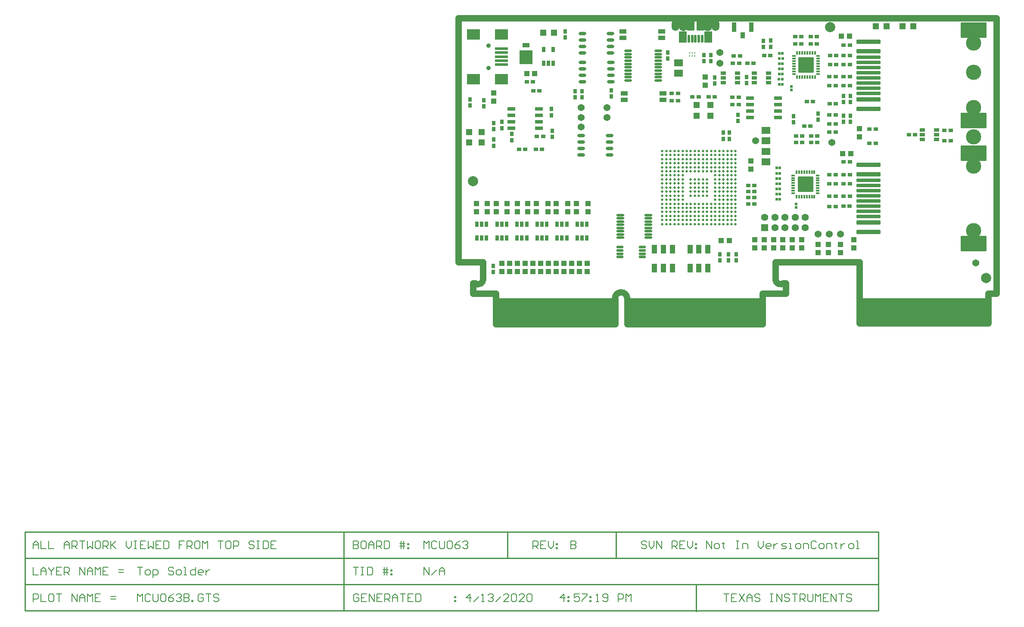
<source format=gts>
G04*
G04 #@! TF.GenerationSoftware,Altium Limited,Altium Designer,18.1.9 (240)*
G04*
G04 Layer_Color=8388736*
%FSAX25Y25*%
%MOIN*%
G70*
G01*
G75*
%ADD15C,0.00800*%
%ADD17C,0.01000*%
G04:AMPARAMS|DCode=49|XSize=7.87mil|YSize=11.81mil|CornerRadius=1.99mil|HoleSize=0mil|Usage=FLASHONLY|Rotation=0.000|XOffset=0mil|YOffset=0mil|HoleType=Round|Shape=RoundedRectangle|*
%AMROUNDEDRECTD49*
21,1,0.00787,0.00784,0,0,0.0*
21,1,0.00390,0.01181,0,0,0.0*
1,1,0.00398,0.00195,-0.00392*
1,1,0.00398,-0.00195,-0.00392*
1,1,0.00398,-0.00195,0.00392*
1,1,0.00398,0.00195,0.00392*
%
%ADD49ROUNDEDRECTD49*%
G04:AMPARAMS|DCode=50|XSize=7.87mil|YSize=13.78mil|CornerRadius=1.99mil|HoleSize=0mil|Usage=FLASHONLY|Rotation=0.000|XOffset=0mil|YOffset=0mil|HoleType=Round|Shape=RoundedRectangle|*
%AMROUNDEDRECTD50*
21,1,0.00787,0.00980,0,0,0.0*
21,1,0.00390,0.01378,0,0,0.0*
1,1,0.00398,0.00195,-0.00490*
1,1,0.00398,-0.00195,-0.00490*
1,1,0.00398,-0.00195,0.00490*
1,1,0.00398,0.00195,0.00490*
%
%ADD50ROUNDEDRECTD50*%
%ADD62C,0.05000*%
%ADD63C,0.03937*%
%ADD64C,0.00100*%
%ADD65R,0.97953X0.20472*%
%ADD66R,1.04095X0.20472*%
%ADD67R,0.92126X0.20472*%
%ADD68R,0.04134X0.04331*%
%ADD69C,0.01968*%
G04:AMPARAMS|DCode=70|XSize=35.83mil|YSize=185.04mil|CornerRadius=3.88mil|HoleSize=0mil|Usage=FLASHONLY|Rotation=270.000|XOffset=0mil|YOffset=0mil|HoleType=Round|Shape=RoundedRectangle|*
%AMROUNDEDRECTD70*
21,1,0.03583,0.17728,0,0,270.0*
21,1,0.02806,0.18504,0,0,270.0*
1,1,0.00776,-0.08864,-0.01403*
1,1,0.00776,-0.08864,0.01403*
1,1,0.00776,0.08864,0.01403*
1,1,0.00776,0.08864,-0.01403*
%
%ADD70ROUNDEDRECTD70*%
G04:AMPARAMS|DCode=71|XSize=27.95mil|YSize=185.04mil|CornerRadius=3.89mil|HoleSize=0mil|Usage=FLASHONLY|Rotation=90.000|XOffset=0mil|YOffset=0mil|HoleType=Round|Shape=RoundedRectangle|*
%AMROUNDEDRECTD71*
21,1,0.02795,0.17726,0,0,90.0*
21,1,0.02017,0.18504,0,0,90.0*
1,1,0.00778,0.08863,0.01009*
1,1,0.00778,0.08863,-0.01009*
1,1,0.00778,-0.08863,-0.01009*
1,1,0.00778,-0.08863,0.01009*
%
%ADD71ROUNDEDRECTD71*%
G04:AMPARAMS|DCode=72|XSize=122.05mil|YSize=196.85mil|CornerRadius=3.74mil|HoleSize=0mil|Usage=FLASHONLY|Rotation=270.000|XOffset=0mil|YOffset=0mil|HoleType=Round|Shape=RoundedRectangle|*
%AMROUNDEDRECTD72*
21,1,0.12205,0.18937,0,0,270.0*
21,1,0.11457,0.19685,0,0,270.0*
1,1,0.00748,-0.09469,-0.05728*
1,1,0.00748,-0.09469,0.05728*
1,1,0.00748,0.09469,0.05728*
1,1,0.00748,0.09469,-0.05728*
%
%ADD72ROUNDEDRECTD72*%
%ADD73R,0.10236X0.08268*%
%ADD74R,0.10236X0.02362*%
%ADD75R,0.04724X0.05118*%
%ADD76R,0.05118X0.04724*%
%ADD77R,0.04331X0.06693*%
%ADD78R,0.03543X0.05118*%
%ADD79R,0.03543X0.07480*%
%ADD80R,0.05394X0.03386*%
G04:AMPARAMS|DCode=81|XSize=27.56mil|YSize=61.02mil|CornerRadius=3.98mil|HoleSize=0mil|Usage=FLASHONLY|Rotation=90.000|XOffset=0mil|YOffset=0mil|HoleType=Round|Shape=RoundedRectangle|*
%AMROUNDEDRECTD81*
21,1,0.02756,0.05307,0,0,90.0*
21,1,0.01961,0.06102,0,0,90.0*
1,1,0.00795,0.02653,0.00980*
1,1,0.00795,0.02653,-0.00980*
1,1,0.00795,-0.02653,-0.00980*
1,1,0.00795,-0.02653,0.00980*
%
%ADD81ROUNDEDRECTD81*%
G04:AMPARAMS|DCode=82|XSize=13.78mil|YSize=27.56mil|CornerRadius=3.94mil|HoleSize=0mil|Usage=FLASHONLY|Rotation=180.000|XOffset=0mil|YOffset=0mil|HoleType=Round|Shape=RoundedRectangle|*
%AMROUNDEDRECTD82*
21,1,0.01378,0.01968,0,0,180.0*
21,1,0.00591,0.02756,0,0,180.0*
1,1,0.00787,-0.00295,0.00984*
1,1,0.00787,0.00295,0.00984*
1,1,0.00787,0.00295,-0.00984*
1,1,0.00787,-0.00295,-0.00984*
%
%ADD82ROUNDEDRECTD82*%
G04:AMPARAMS|DCode=83|XSize=13.78mil|YSize=27.56mil|CornerRadius=3.94mil|HoleSize=0mil|Usage=FLASHONLY|Rotation=90.000|XOffset=0mil|YOffset=0mil|HoleType=Round|Shape=RoundedRectangle|*
%AMROUNDEDRECTD83*
21,1,0.01378,0.01968,0,0,90.0*
21,1,0.00591,0.02756,0,0,90.0*
1,1,0.00787,0.00984,0.00295*
1,1,0.00787,0.00984,-0.00295*
1,1,0.00787,-0.00984,-0.00295*
1,1,0.00787,-0.00984,0.00295*
%
%ADD83ROUNDEDRECTD83*%
G04:AMPARAMS|DCode=84|XSize=118.11mil|YSize=118.11mil|CornerRadius=3.68mil|HoleSize=0mil|Usage=FLASHONLY|Rotation=90.000|XOffset=0mil|YOffset=0mil|HoleType=Round|Shape=RoundedRectangle|*
%AMROUNDEDRECTD84*
21,1,0.11811,0.11075,0,0,90.0*
21,1,0.11075,0.11811,0,0,90.0*
1,1,0.00736,0.05537,0.05537*
1,1,0.00736,0.05537,-0.05537*
1,1,0.00736,-0.05537,-0.05537*
1,1,0.00736,-0.05537,0.05537*
%
%ADD84ROUNDEDRECTD84*%
%ADD85O,0.05906X0.02165*%
%ADD86R,0.10394X0.10894*%
%ADD87R,0.05394X0.03394*%
G04:AMPARAMS|DCode=88|XSize=62.01mil|YSize=86.61mil|CornerRadius=4mil|HoleSize=0mil|Usage=FLASHONLY|Rotation=0.000|XOffset=0mil|YOffset=0mil|HoleType=Round|Shape=RoundedRectangle|*
%AMROUNDEDRECTD88*
21,1,0.06201,0.07861,0,0,0.0*
21,1,0.05401,0.08661,0,0,0.0*
1,1,0.00800,0.02700,-0.03931*
1,1,0.00800,-0.02700,-0.03931*
1,1,0.00800,-0.02700,0.03931*
1,1,0.00800,0.02700,0.03931*
%
%ADD88ROUNDEDRECTD88*%
G04:AMPARAMS|DCode=89|XSize=21.65mil|YSize=58.27mil|CornerRadius=3.92mil|HoleSize=0mil|Usage=FLASHONLY|Rotation=0.000|XOffset=0mil|YOffset=0mil|HoleType=Round|Shape=RoundedRectangle|*
%AMROUNDEDRECTD89*
21,1,0.02165,0.05043,0,0,0.0*
21,1,0.01382,0.05827,0,0,0.0*
1,1,0.00784,0.00691,-0.02522*
1,1,0.00784,-0.00691,-0.02522*
1,1,0.00784,-0.00691,0.02522*
1,1,0.00784,0.00691,0.02522*
%
%ADD89ROUNDEDRECTD89*%
G04:AMPARAMS|DCode=90|XSize=58.07mil|YSize=78.74mil|CornerRadius=3.86mil|HoleSize=0mil|Usage=FLASHONLY|Rotation=0.000|XOffset=0mil|YOffset=0mil|HoleType=Round|Shape=RoundedRectangle|*
%AMROUNDEDRECTD90*
21,1,0.05807,0.07101,0,0,0.0*
21,1,0.05034,0.07874,0,0,0.0*
1,1,0.00773,0.02517,-0.03551*
1,1,0.00773,-0.02517,-0.03551*
1,1,0.00773,-0.02517,0.03551*
1,1,0.00773,0.02517,0.03551*
%
%ADD90ROUNDEDRECTD90*%
%ADD91C,0.07874*%
%ADD92O,0.05709X0.02165*%
G04:AMPARAMS|DCode=93|XSize=27.56mil|YSize=43.31mil|CornerRadius=3.98mil|HoleSize=0mil|Usage=FLASHONLY|Rotation=90.000|XOffset=0mil|YOffset=0mil|HoleType=Round|Shape=RoundedRectangle|*
%AMROUNDEDRECTD93*
21,1,0.02756,0.03535,0,0,90.0*
21,1,0.01961,0.04331,0,0,90.0*
1,1,0.00795,0.01768,0.00980*
1,1,0.00795,0.01768,-0.00980*
1,1,0.00795,-0.01768,-0.00980*
1,1,0.00795,-0.01768,0.00980*
%
%ADD93ROUNDEDRECTD93*%
G04:AMPARAMS|DCode=94|XSize=27.56mil|YSize=43.31mil|CornerRadius=3.98mil|HoleSize=0mil|Usage=FLASHONLY|Rotation=180.000|XOffset=0mil|YOffset=0mil|HoleType=Round|Shape=RoundedRectangle|*
%AMROUNDEDRECTD94*
21,1,0.02756,0.03535,0,0,180.0*
21,1,0.01961,0.04331,0,0,180.0*
1,1,0.00795,-0.00980,0.01768*
1,1,0.00795,0.00980,0.01768*
1,1,0.00795,0.00980,-0.01768*
1,1,0.00795,-0.00980,-0.01768*
%
%ADD94ROUNDEDRECTD94*%
%ADD95O,0.06102X0.01968*%
%ADD96O,0.05894X0.02756*%
%ADD97R,0.02165X0.11024*%
%ADD98R,0.04331X0.04134*%
%ADD99R,0.02191X0.02034*%
%ADD100R,0.03543X0.02756*%
%ADD101R,0.02756X0.03543*%
%ADD102R,0.06694X0.05394*%
%ADD103R,0.02034X0.02191*%
%ADD104C,0.05472*%
G04:AMPARAMS|DCode=105|XSize=54.72mil|YSize=54.72mil|CornerRadius=1.91mil|HoleSize=0mil|Usage=FLASHONLY|Rotation=0.000|XOffset=0mil|YOffset=0mil|HoleType=Round|Shape=RoundedRectangle|*
%AMROUNDEDRECTD105*
21,1,0.05472,0.05089,0,0,0.0*
21,1,0.05089,0.05472,0,0,0.0*
1,1,0.00383,0.02545,-0.02545*
1,1,0.00383,-0.02545,-0.02545*
1,1,0.00383,-0.02545,0.02545*
1,1,0.00383,0.02545,0.02545*
%
%ADD105ROUNDEDRECTD105*%
%ADD106C,0.11824*%
%ADD107C,0.03543*%
%ADD108C,0.05394*%
G04:AMPARAMS|DCode=109|XSize=86.61mil|YSize=59.06mil|CornerRadius=29.53mil|HoleSize=0mil|Usage=FLASHONLY|Rotation=270.000|XOffset=0mil|YOffset=0mil|HoleType=Round|Shape=RoundedRectangle|*
%AMROUNDEDRECTD109*
21,1,0.08661,0.00000,0,0,270.0*
21,1,0.02756,0.05906,0,0,270.0*
1,1,0.05906,0.00000,-0.01378*
1,1,0.05906,0.00000,0.01378*
1,1,0.05906,0.00000,0.01378*
1,1,0.05906,0.00000,-0.01378*
%
%ADD109ROUNDEDRECTD109*%
G54D15*
X-0248386Y-0188580D02*
X-0244388D01*
X-0246387D01*
Y-0194578D01*
X-0241389D02*
X-0239389D01*
X-0238390Y-0193578D01*
Y-0191579D01*
X-0239389Y-0190579D01*
X-0241389D01*
X-0242388Y-0191579D01*
Y-0193578D01*
X-0241389Y-0194578D01*
X-0236390Y-0196577D02*
Y-0190579D01*
X-0233391D01*
X-0232392Y-0191579D01*
Y-0193578D01*
X-0233391Y-0194578D01*
X-0236390D01*
X-0220395Y-0189579D02*
X-0221395Y-0188580D01*
X-0223394D01*
X-0224394Y-0189579D01*
Y-0190579D01*
X-0223394Y-0191579D01*
X-0221395D01*
X-0220395Y-0192579D01*
Y-0193578D01*
X-0221395Y-0194578D01*
X-0223394D01*
X-0224394Y-0193578D01*
X-0217396Y-0194578D02*
X-0215397D01*
X-0214397Y-0193578D01*
Y-0191579D01*
X-0215397Y-0190579D01*
X-0217396D01*
X-0218396Y-0191579D01*
Y-0193578D01*
X-0217396Y-0194578D01*
X-0212398D02*
X-0210399D01*
X-0211398D01*
Y-0188580D01*
X-0212398D01*
X-0203401D02*
Y-0194578D01*
X-0206400D01*
X-0207400Y-0193578D01*
Y-0191579D01*
X-0206400Y-0190579D01*
X-0203401D01*
X-0198403Y-0194578D02*
X-0200402D01*
X-0201402Y-0193578D01*
Y-0191579D01*
X-0200402Y-0190579D01*
X-0198403D01*
X-0197403Y-0191579D01*
Y-0192579D01*
X-0201402D01*
X-0195404Y-0190579D02*
Y-0194578D01*
Y-0192579D01*
X-0194404Y-0191579D01*
X-0193404Y-0190579D01*
X-0192404D01*
X-0248386Y-0188580D02*
X-0244388D01*
X-0246387D01*
Y-0194578D01*
X-0241389D02*
X-0239389D01*
X-0238390Y-0193578D01*
Y-0191579D01*
X-0239389Y-0190579D01*
X-0241389D01*
X-0242388Y-0191579D01*
Y-0193578D01*
X-0241389Y-0194578D01*
X-0236390Y-0196577D02*
Y-0190579D01*
X-0233391D01*
X-0232392Y-0191579D01*
Y-0193578D01*
X-0233391Y-0194578D01*
X-0236390D01*
X-0220395Y-0189579D02*
X-0221395Y-0188580D01*
X-0223394D01*
X-0224394Y-0189579D01*
Y-0190579D01*
X-0223394Y-0191579D01*
X-0221395D01*
X-0220395Y-0192579D01*
Y-0193578D01*
X-0221395Y-0194578D01*
X-0223394D01*
X-0224394Y-0193578D01*
X-0217396Y-0194578D02*
X-0215397D01*
X-0214397Y-0193578D01*
Y-0191579D01*
X-0215397Y-0190579D01*
X-0217396D01*
X-0218396Y-0191579D01*
Y-0193578D01*
X-0217396Y-0194578D01*
X-0212398D02*
X-0210399D01*
X-0211398D01*
Y-0188580D01*
X-0212398D01*
X-0203401D02*
Y-0194578D01*
X-0206400D01*
X-0207400Y-0193578D01*
Y-0191579D01*
X-0206400Y-0190579D01*
X-0203401D01*
X-0198403Y-0194578D02*
X-0200402D01*
X-0201402Y-0193578D01*
Y-0191579D01*
X-0200402Y-0190579D01*
X-0198403D01*
X-0197403Y-0191579D01*
Y-0192579D01*
X-0201402D01*
X-0195404Y-0190579D02*
Y-0194578D01*
Y-0192579D01*
X-0194404Y-0191579D01*
X-0193404Y-0190579D01*
X-0192404D01*
X0192114Y-0174295D02*
Y-0168297D01*
X0196112Y-0174295D01*
Y-0168297D01*
X0199111Y-0174295D02*
X0201111D01*
X0202110Y-0173296D01*
Y-0171296D01*
X0201111Y-0170297D01*
X0199111D01*
X0198112Y-0171296D01*
Y-0173296D01*
X0199111Y-0174295D01*
X0205109Y-0169297D02*
Y-0170297D01*
X0204110D01*
X0206109D01*
X0205109D01*
Y-0173296D01*
X0206109Y-0174295D01*
X0215106Y-0168297D02*
X0217106D01*
X0216106D01*
Y-0174295D01*
X0215106D01*
X0217106D01*
X0220105D02*
Y-0170297D01*
X0223104D01*
X0224103Y-0171296D01*
Y-0174295D01*
X0232101Y-0168297D02*
Y-0172296D01*
X0234100Y-0174295D01*
X0236099Y-0172296D01*
Y-0168297D01*
X0241098Y-0174295D02*
X0239098D01*
X0238099Y-0173296D01*
Y-0171296D01*
X0239098Y-0170297D01*
X0241098D01*
X0242097Y-0171296D01*
Y-0172296D01*
X0238099D01*
X0244097Y-0170297D02*
Y-0174295D01*
Y-0172296D01*
X0245096Y-0171296D01*
X0246096Y-0170297D01*
X0247096D01*
X0250095Y-0174295D02*
X0253094D01*
X0254094Y-0173296D01*
X0253094Y-0172296D01*
X0251095D01*
X0250095Y-0171296D01*
X0251095Y-0170297D01*
X0254094D01*
X0256093Y-0174295D02*
X0258092D01*
X0257093D01*
Y-0170297D01*
X0256093D01*
X0262091Y-0174295D02*
X0264090D01*
X0265090Y-0173296D01*
Y-0171296D01*
X0264090Y-0170297D01*
X0262091D01*
X0261091Y-0171296D01*
Y-0173296D01*
X0262091Y-0174295D01*
X0267089D02*
Y-0170297D01*
X0270088D01*
X0271088Y-0171296D01*
Y-0174295D01*
X0277086Y-0169297D02*
X0276086Y-0168297D01*
X0274087D01*
X0273087Y-0169297D01*
Y-0173296D01*
X0274087Y-0174295D01*
X0276086D01*
X0277086Y-0173296D01*
X0280085Y-0174295D02*
X0282084D01*
X0283084Y-0173296D01*
Y-0171296D01*
X0282084Y-0170297D01*
X0280085D01*
X0279085Y-0171296D01*
Y-0173296D01*
X0280085Y-0174295D01*
X0285084D02*
Y-0170297D01*
X0288083D01*
X0289082Y-0171296D01*
Y-0174295D01*
X0292081Y-0169297D02*
Y-0170297D01*
X0291082D01*
X0293081D01*
X0292081D01*
Y-0173296D01*
X0293081Y-0174295D01*
X0296080Y-0170297D02*
Y-0174295D01*
Y-0172296D01*
X0297080Y-0171296D01*
X0298079Y-0170297D01*
X0299079D01*
X0303078Y-0174295D02*
X0305077D01*
X0306077Y-0173296D01*
Y-0171296D01*
X0305077Y-0170297D01*
X0303078D01*
X0302078Y-0171296D01*
Y-0173296D01*
X0303078Y-0174295D01*
X0308076D02*
X0310075D01*
X0309076D01*
Y-0168297D01*
X0308076D01*
X0145512Y-0169297D02*
X0144513Y-0168297D01*
X0142513D01*
X0141514Y-0169297D01*
Y-0170297D01*
X0142513Y-0171296D01*
X0144513D01*
X0145512Y-0172296D01*
Y-0173296D01*
X0144513Y-0174295D01*
X0142513D01*
X0141514Y-0173296D01*
X0147512Y-0168297D02*
Y-0172296D01*
X0149511Y-0174295D01*
X0151510Y-0172296D01*
Y-0168297D01*
X0153510Y-0174295D02*
Y-0168297D01*
X0157508Y-0174295D01*
Y-0168297D01*
X0165506Y-0174295D02*
Y-0168297D01*
X0168505D01*
X0169504Y-0169297D01*
Y-0171296D01*
X0168505Y-0172296D01*
X0165506D01*
X0167505D02*
X0169504Y-0174295D01*
X0175503Y-0168297D02*
X0171504D01*
Y-0174295D01*
X0175503D01*
X0171504Y-0171296D02*
X0173503D01*
X0177502Y-0168297D02*
Y-0172296D01*
X0179501Y-0174295D01*
X0181501Y-0172296D01*
Y-0168297D01*
X0183500Y-0170297D02*
X0184500D01*
Y-0171296D01*
X0183500D01*
Y-0170297D01*
Y-0173296D02*
X0184500D01*
Y-0174295D01*
X0183500D01*
Y-0173296D01*
X0057714Y-0174295D02*
Y-0168297D01*
X0060713D01*
X0061712Y-0169297D01*
Y-0171296D01*
X0060713Y-0172296D01*
X0057714D01*
X0059713D02*
X0061712Y-0174295D01*
X0067710Y-0168297D02*
X0063712D01*
Y-0174295D01*
X0067710D01*
X0063712Y-0171296D02*
X0065711D01*
X0069710Y-0168297D02*
Y-0172296D01*
X0071709Y-0174295D01*
X0073708Y-0172296D01*
Y-0168297D01*
X0075708Y-0170297D02*
X0076708D01*
Y-0171296D01*
X0075708D01*
Y-0170297D01*
Y-0173296D02*
X0076708D01*
Y-0174295D01*
X0075708D01*
Y-0173296D01*
X-0248386Y-0215162D02*
Y-0209164D01*
X-0246387Y-0211163D01*
X-0244388Y-0209164D01*
Y-0215162D01*
X-0238390Y-0210164D02*
X-0239389Y-0209164D01*
X-0241389D01*
X-0242388Y-0210164D01*
Y-0214162D01*
X-0241389Y-0215162D01*
X-0239389D01*
X-0238390Y-0214162D01*
X-0236390Y-0209164D02*
Y-0214162D01*
X-0235391Y-0215162D01*
X-0233391D01*
X-0232392Y-0214162D01*
Y-0209164D01*
X-0230392Y-0210164D02*
X-0229393Y-0209164D01*
X-0227393D01*
X-0226394Y-0210164D01*
Y-0214162D01*
X-0227393Y-0215162D01*
X-0229393D01*
X-0230392Y-0214162D01*
Y-0210164D01*
X-0220395Y-0209164D02*
X-0222395Y-0210164D01*
X-0224394Y-0212163D01*
Y-0214162D01*
X-0223394Y-0215162D01*
X-0221395D01*
X-0220395Y-0214162D01*
Y-0213163D01*
X-0221395Y-0212163D01*
X-0224394D01*
X-0218396Y-0210164D02*
X-0217396Y-0209164D01*
X-0215397D01*
X-0214397Y-0210164D01*
Y-0211163D01*
X-0215397Y-0212163D01*
X-0216397D01*
X-0215397D01*
X-0214397Y-0213163D01*
Y-0214162D01*
X-0215397Y-0215162D01*
X-0217396D01*
X-0218396Y-0214162D01*
X-0212398Y-0209164D02*
Y-0215162D01*
X-0209399D01*
X-0208399Y-0214162D01*
Y-0213163D01*
X-0209399Y-0212163D01*
X-0212398D01*
X-0209399D01*
X-0208399Y-0211163D01*
Y-0210164D01*
X-0209399Y-0209164D01*
X-0212398D01*
X-0206400Y-0215162D02*
Y-0214162D01*
X-0205400D01*
Y-0215162D01*
X-0206400D01*
X-0197403Y-0210164D02*
X-0198403Y-0209164D01*
X-0200402D01*
X-0201402Y-0210164D01*
Y-0214162D01*
X-0200402Y-0215162D01*
X-0198403D01*
X-0197403Y-0214162D01*
Y-0212163D01*
X-0199402D01*
X-0195404Y-0209164D02*
X-0191405D01*
X-0193404D01*
Y-0215162D01*
X-0185407Y-0210164D02*
X-0186406Y-0209164D01*
X-0188406D01*
X-0189406Y-0210164D01*
Y-0211163D01*
X-0188406Y-0212163D01*
X-0186406D01*
X-0185407Y-0213163D01*
Y-0214162D01*
X-0186406Y-0215162D01*
X-0188406D01*
X-0189406Y-0214162D01*
X0008863Y-0215162D02*
Y-0209164D01*
X0005864Y-0212163D01*
X0009862D01*
X0011862Y-0215162D02*
X0015860Y-0211163D01*
X0017860Y-0215162D02*
X0019859D01*
X0018859D01*
Y-0209164D01*
X0017860Y-0210164D01*
X0022858D02*
X0023858Y-0209164D01*
X0025857D01*
X0026857Y-0210164D01*
Y-0211163D01*
X0025857Y-0212163D01*
X0024858D01*
X0025857D01*
X0026857Y-0213163D01*
Y-0214162D01*
X0025857Y-0215162D01*
X0023858D01*
X0022858Y-0214162D01*
X0028856Y-0215162D02*
X0032855Y-0211163D01*
X0038853Y-0215162D02*
X0034854D01*
X0038853Y-0211163D01*
Y-0210164D01*
X0037853Y-0209164D01*
X0035854D01*
X0034854Y-0210164D01*
X0040852D02*
X0041852Y-0209164D01*
X0043851D01*
X0044851Y-0210164D01*
Y-0214162D01*
X0043851Y-0215162D01*
X0041852D01*
X0040852Y-0214162D01*
Y-0210164D01*
X0050849Y-0215162D02*
X0046850D01*
X0050849Y-0211163D01*
Y-0210164D01*
X0049849Y-0209164D01*
X0047850D01*
X0046850Y-0210164D01*
X0052848D02*
X0053848Y-0209164D01*
X0055847D01*
X0056847Y-0210164D01*
Y-0214162D01*
X0055847Y-0215162D01*
X0053848D01*
X0052848Y-0214162D01*
Y-0210164D01*
X-0077088D02*
X-0078087Y-0209164D01*
X-0080087D01*
X-0081086Y-0210164D01*
Y-0214162D01*
X-0080087Y-0215162D01*
X-0078087D01*
X-0077088Y-0214162D01*
Y-0212163D01*
X-0079087D01*
X-0071090Y-0209164D02*
X-0075088D01*
Y-0215162D01*
X-0071090D01*
X-0075088Y-0212163D02*
X-0073089D01*
X-0069090Y-0215162D02*
Y-0209164D01*
X-0065092Y-0215162D01*
Y-0209164D01*
X-0059093D02*
X-0063092D01*
Y-0215162D01*
X-0059093D01*
X-0063092Y-0212163D02*
X-0061093D01*
X-0057094Y-0215162D02*
Y-0209164D01*
X-0054095D01*
X-0053096Y-0210164D01*
Y-0212163D01*
X-0054095Y-0213163D01*
X-0057094D01*
X-0055095D02*
X-0053096Y-0215162D01*
X-0051096D02*
Y-0211163D01*
X-0049097Y-0209164D01*
X-0047097Y-0211163D01*
Y-0215162D01*
Y-0212163D01*
X-0051096D01*
X-0045098Y-0209164D02*
X-0041099D01*
X-0043099D01*
Y-0215162D01*
X-0035101Y-0209164D02*
X-0039100D01*
Y-0215162D01*
X-0035101D01*
X-0039100Y-0212163D02*
X-0037101D01*
X-0033102Y-0209164D02*
Y-0215162D01*
X-0030103D01*
X-0029103Y-0214162D01*
Y-0210164D01*
X-0030103Y-0209164D01*
X-0033102D01*
X-0003112Y-0211163D02*
X-0002112D01*
Y-0212163D01*
X-0003112D01*
Y-0211163D01*
Y-0214162D02*
X-0002112D01*
Y-0215162D01*
X-0003112D01*
Y-0214162D01*
X-0328936Y-0174295D02*
Y-0170297D01*
X-0326937Y-0168297D01*
X-0324938Y-0170297D01*
Y-0174295D01*
Y-0171296D01*
X-0328936D01*
X-0322938Y-0168297D02*
Y-0174295D01*
X-0318940D01*
X-0316940Y-0168297D02*
Y-0174295D01*
X-0312942D01*
X-0304944D02*
Y-0170297D01*
X-0302945Y-0168297D01*
X-0300945Y-0170297D01*
Y-0174295D01*
Y-0171296D01*
X-0304944D01*
X-0298946Y-0174295D02*
Y-0168297D01*
X-0295947D01*
X-0294947Y-0169297D01*
Y-0171296D01*
X-0295947Y-0172296D01*
X-0298946D01*
X-0296947D02*
X-0294947Y-0174295D01*
X-0292948Y-0168297D02*
X-0288949D01*
X-0290949D01*
Y-0174295D01*
X-0286950Y-0168297D02*
Y-0174295D01*
X-0284951Y-0172296D01*
X-0282951Y-0174295D01*
Y-0168297D01*
X-0277953D02*
X-0279952D01*
X-0280952Y-0169297D01*
Y-0173296D01*
X-0279952Y-0174295D01*
X-0277953D01*
X-0276953Y-0173296D01*
Y-0169297D01*
X-0277953Y-0168297D01*
X-0274954Y-0174295D02*
Y-0168297D01*
X-0271955D01*
X-0270955Y-0169297D01*
Y-0171296D01*
X-0271955Y-0172296D01*
X-0274954D01*
X-0272955D02*
X-0270955Y-0174295D01*
X-0268956Y-0168297D02*
Y-0174295D01*
Y-0172296D01*
X-0264957Y-0168297D01*
X-0267956Y-0171296D01*
X-0264957Y-0174295D01*
X-0256960Y-0168297D02*
Y-0172296D01*
X-0254960Y-0174295D01*
X-0252961Y-0172296D01*
Y-0168297D01*
X-0250962D02*
X-0248962D01*
X-0249962D01*
Y-0174295D01*
X-0250962D01*
X-0248962D01*
X-0241965Y-0168297D02*
X-0245963D01*
Y-0174295D01*
X-0241965D01*
X-0245963Y-0171296D02*
X-0243964D01*
X-0239965Y-0168297D02*
Y-0174295D01*
X-0237966Y-0172296D01*
X-0235966Y-0174295D01*
Y-0168297D01*
X-0229968D02*
X-0233967D01*
Y-0174295D01*
X-0229968D01*
X-0233967Y-0171296D02*
X-0231968D01*
X-0227969Y-0168297D02*
Y-0174295D01*
X-0224970D01*
X-0223970Y-0173296D01*
Y-0169297D01*
X-0224970Y-0168297D01*
X-0227969D01*
X-0211974D02*
X-0215973D01*
Y-0171296D01*
X-0213974D01*
X-0215973D01*
Y-0174295D01*
X-0209975D02*
Y-0168297D01*
X-0206976D01*
X-0205976Y-0169297D01*
Y-0171296D01*
X-0206976Y-0172296D01*
X-0209975D01*
X-0207976D02*
X-0205976Y-0174295D01*
X-0200978Y-0168297D02*
X-0202977D01*
X-0203977Y-0169297D01*
Y-0173296D01*
X-0202977Y-0174295D01*
X-0200978D01*
X-0199978Y-0173296D01*
Y-0169297D01*
X-0200978Y-0168297D01*
X-0197979Y-0174295D02*
Y-0168297D01*
X-0195979Y-0170297D01*
X-0193980Y-0168297D01*
Y-0174295D01*
X-0185983Y-0168297D02*
X-0181984D01*
X-0183983D01*
Y-0174295D01*
X-0176986Y-0168297D02*
X-0178985D01*
X-0179985Y-0169297D01*
Y-0173296D01*
X-0178985Y-0174295D01*
X-0176986D01*
X-0175986Y-0173296D01*
Y-0169297D01*
X-0176986Y-0168297D01*
X-0173986Y-0174295D02*
Y-0168297D01*
X-0170987D01*
X-0169988Y-0169297D01*
Y-0171296D01*
X-0170987Y-0172296D01*
X-0173986D01*
X-0157992Y-0169297D02*
X-0158991Y-0168297D01*
X-0160991D01*
X-0161990Y-0169297D01*
Y-0170297D01*
X-0160991Y-0171296D01*
X-0158991D01*
X-0157992Y-0172296D01*
Y-0173296D01*
X-0158991Y-0174295D01*
X-0160991D01*
X-0161990Y-0173296D01*
X-0155992Y-0168297D02*
X-0153993D01*
X-0154993D01*
Y-0174295D01*
X-0155992D01*
X-0153993D01*
X-0150994Y-0168297D02*
Y-0174295D01*
X-0147995D01*
X-0146995Y-0173296D01*
Y-0169297D01*
X-0147995Y-0168297D01*
X-0150994D01*
X-0140997D02*
X-0144996D01*
Y-0174295D01*
X-0140997D01*
X-0144996Y-0171296D02*
X-0142997D01*
X0086864Y-0168297D02*
Y-0174295D01*
X0089863D01*
X0090862Y-0173296D01*
Y-0172296D01*
X0089863Y-0171296D01*
X0086864D01*
X0089863D01*
X0090862Y-0170297D01*
Y-0169297D01*
X0089863Y-0168297D01*
X0086864D01*
X-0026736Y-0174295D02*
Y-0168297D01*
X-0024737Y-0170297D01*
X-0022738Y-0168297D01*
Y-0174295D01*
X-0016740Y-0169297D02*
X-0017739Y-0168297D01*
X-0019739D01*
X-0020738Y-0169297D01*
Y-0173296D01*
X-0019739Y-0174295D01*
X-0017739D01*
X-0016740Y-0173296D01*
X-0014740Y-0168297D02*
Y-0173296D01*
X-0013741Y-0174295D01*
X-0011741D01*
X-0010742Y-0173296D01*
Y-0168297D01*
X-0008742Y-0169297D02*
X-0007743Y-0168297D01*
X-0005743D01*
X-0004744Y-0169297D01*
Y-0173296D01*
X-0005743Y-0174295D01*
X-0007743D01*
X-0008742Y-0173296D01*
Y-0169297D01*
X0001255Y-0168297D02*
X-0000745Y-0169297D01*
X-0002744Y-0171296D01*
Y-0173296D01*
X-0001744Y-0174295D01*
X0000255D01*
X0001255Y-0173296D01*
Y-0172296D01*
X0000255Y-0171296D01*
X-0002744D01*
X0003254Y-0169297D02*
X0004254Y-0168297D01*
X0006253D01*
X0007253Y-0169297D01*
Y-0170297D01*
X0006253Y-0171296D01*
X0005253D01*
X0006253D01*
X0007253Y-0172296D01*
Y-0173296D01*
X0006253Y-0174295D01*
X0004254D01*
X0003254Y-0173296D01*
X-0081286Y-0168297D02*
Y-0174295D01*
X-0078287D01*
X-0077288Y-0173296D01*
Y-0172296D01*
X-0078287Y-0171296D01*
X-0081286D01*
X-0078287D01*
X-0077288Y-0170297D01*
Y-0169297D01*
X-0078287Y-0168297D01*
X-0081286D01*
X-0072289D02*
X-0074289D01*
X-0075288Y-0169297D01*
Y-0173296D01*
X-0074289Y-0174295D01*
X-0072289D01*
X-0071290Y-0173296D01*
Y-0169297D01*
X-0072289Y-0168297D01*
X-0069290Y-0174295D02*
Y-0170297D01*
X-0067291Y-0168297D01*
X-0065292Y-0170297D01*
Y-0174295D01*
Y-0171296D01*
X-0069290D01*
X-0063292Y-0174295D02*
Y-0168297D01*
X-0060293D01*
X-0059294Y-0169297D01*
Y-0171296D01*
X-0060293Y-0172296D01*
X-0063292D01*
X-0061293D02*
X-0059294Y-0174295D01*
X-0057294Y-0168297D02*
Y-0174295D01*
X-0054295D01*
X-0053295Y-0173296D01*
Y-0169297D01*
X-0054295Y-0168297D01*
X-0057294D01*
X-0044298Y-0174295D02*
Y-0168297D01*
X-0042299D02*
Y-0174295D01*
X-0045298Y-0170297D02*
X-0042299D01*
X-0041299D01*
X-0045298Y-0172296D02*
X-0041299D01*
X-0039300Y-0170297D02*
X-0038300D01*
Y-0171296D01*
X-0039300D01*
Y-0170297D01*
Y-0173296D02*
X-0038300D01*
Y-0174295D01*
X-0039300D01*
Y-0173296D01*
X-0328936Y-0188580D02*
Y-0194578D01*
X-0324938D01*
X-0322938D02*
Y-0190579D01*
X-0320939Y-0188580D01*
X-0318940Y-0190579D01*
Y-0194578D01*
Y-0191579D01*
X-0322938D01*
X-0316940Y-0188580D02*
Y-0189579D01*
X-0314941Y-0191579D01*
X-0312942Y-0189579D01*
Y-0188580D01*
X-0314941Y-0191579D02*
Y-0194578D01*
X-0306943Y-0188580D02*
X-0310942D01*
Y-0194578D01*
X-0306943D01*
X-0310942Y-0191579D02*
X-0308943D01*
X-0304944Y-0194578D02*
Y-0188580D01*
X-0301945D01*
X-0300945Y-0189579D01*
Y-0191579D01*
X-0301945Y-0192579D01*
X-0304944D01*
X-0302945D02*
X-0300945Y-0194578D01*
X-0292948D02*
Y-0188580D01*
X-0288949Y-0194578D01*
Y-0188580D01*
X-0286950Y-0194578D02*
Y-0190579D01*
X-0284951Y-0188580D01*
X-0282951Y-0190579D01*
Y-0194578D01*
Y-0191579D01*
X-0286950D01*
X-0280952Y-0194578D02*
Y-0188580D01*
X-0278953Y-0190579D01*
X-0276953Y-0188580D01*
Y-0194578D01*
X-0270955Y-0188580D02*
X-0274954D01*
Y-0194578D01*
X-0270955D01*
X-0274954Y-0191579D02*
X-0272955D01*
X-0262958Y-0192579D02*
X-0258959D01*
X-0262958Y-0190579D02*
X-0258959D01*
X-0328936Y-0215162D02*
Y-0209164D01*
X-0325937D01*
X-0324938Y-0210164D01*
Y-0212163D01*
X-0325937Y-0213163D01*
X-0328936D01*
X-0322938Y-0209164D02*
Y-0215162D01*
X-0318940D01*
X-0313941Y-0209164D02*
X-0315941D01*
X-0316940Y-0210164D01*
Y-0214162D01*
X-0315941Y-0215162D01*
X-0313941D01*
X-0312942Y-0214162D01*
Y-0210164D01*
X-0313941Y-0209164D01*
X-0310942D02*
X-0306943D01*
X-0308943D01*
Y-0215162D01*
X-0298946D02*
Y-0209164D01*
X-0294947Y-0215162D01*
Y-0209164D01*
X-0292948Y-0215162D02*
Y-0211163D01*
X-0290949Y-0209164D01*
X-0288949Y-0211163D01*
Y-0215162D01*
Y-0212163D01*
X-0292948D01*
X-0286950Y-0215162D02*
Y-0209164D01*
X-0284951Y-0211163D01*
X-0282951Y-0209164D01*
Y-0215162D01*
X-0276953Y-0209164D02*
X-0280952D01*
Y-0215162D01*
X-0276953D01*
X-0280952Y-0212163D02*
X-0278953D01*
X-0268956Y-0213163D02*
X-0264957D01*
X-0268956Y-0211163D02*
X-0264957D01*
X0081763Y-0215162D02*
Y-0209164D01*
X0078764Y-0212163D01*
X0082762D01*
X0084762Y-0211163D02*
X0085761D01*
Y-0212163D01*
X0084762D01*
Y-0211163D01*
Y-0214162D02*
X0085761D01*
Y-0215162D01*
X0084762D01*
Y-0214162D01*
X0093759Y-0209164D02*
X0089760D01*
Y-0212163D01*
X0091759Y-0211163D01*
X0092759D01*
X0093759Y-0212163D01*
Y-0214162D01*
X0092759Y-0215162D01*
X0090760D01*
X0089760Y-0214162D01*
X0095758Y-0209164D02*
X0099757D01*
Y-0210164D01*
X0095758Y-0214162D01*
Y-0215162D01*
X0101756Y-0211163D02*
X0102756D01*
Y-0212163D01*
X0101756D01*
Y-0211163D01*
Y-0214162D02*
X0102756D01*
Y-0215162D01*
X0101756D01*
Y-0214162D01*
X0106755Y-0215162D02*
X0108754D01*
X0107754D01*
Y-0209164D01*
X0106755Y-0210164D01*
X0111753Y-0214162D02*
X0112753Y-0215162D01*
X0114752D01*
X0115752Y-0214162D01*
Y-0210164D01*
X0114752Y-0209164D01*
X0112753D01*
X0111753Y-0210164D01*
Y-0211163D01*
X0112753Y-0212163D01*
X0115752D01*
X0123749Y-0215162D02*
Y-0209164D01*
X0126748D01*
X0127748Y-0210164D01*
Y-0212163D01*
X0126748Y-0213163D01*
X0123749D01*
X0129747Y-0215162D02*
Y-0209164D01*
X0131746Y-0211163D01*
X0133746Y-0209164D01*
Y-0215162D01*
X0205214Y-0209164D02*
X0209212D01*
X0207213D01*
Y-0215162D01*
X0215210Y-0209164D02*
X0211212D01*
Y-0215162D01*
X0215210D01*
X0211212Y-0212163D02*
X0213211D01*
X0217210Y-0209164D02*
X0221208Y-0215162D01*
Y-0209164D02*
X0217210Y-0215162D01*
X0223208D02*
Y-0211163D01*
X0225207Y-0209164D01*
X0227206Y-0211163D01*
Y-0215162D01*
Y-0212163D01*
X0223208D01*
X0233205Y-0210164D02*
X0232205Y-0209164D01*
X0230205D01*
X0229206Y-0210164D01*
Y-0211163D01*
X0230205Y-0212163D01*
X0232205D01*
X0233205Y-0213163D01*
Y-0214162D01*
X0232205Y-0215162D01*
X0230205D01*
X0229206Y-0214162D01*
X0241202Y-0209164D02*
X0243201D01*
X0242202D01*
Y-0215162D01*
X0241202D01*
X0243201D01*
X0246200D02*
Y-0209164D01*
X0250199Y-0215162D01*
Y-0209164D01*
X0256197Y-0210164D02*
X0255197Y-0209164D01*
X0253198D01*
X0252198Y-0210164D01*
Y-0211163D01*
X0253198Y-0212163D01*
X0255197D01*
X0256197Y-0213163D01*
Y-0214162D01*
X0255197Y-0215162D01*
X0253198D01*
X0252198Y-0214162D01*
X0258196Y-0209164D02*
X0262195D01*
X0260196D01*
Y-0215162D01*
X0264194D02*
Y-0209164D01*
X0267194D01*
X0268193Y-0210164D01*
Y-0212163D01*
X0267194Y-0213163D01*
X0264194D01*
X0266194D02*
X0268193Y-0215162D01*
X0270193Y-0209164D02*
Y-0214162D01*
X0271192Y-0215162D01*
X0273192D01*
X0274191Y-0214162D01*
Y-0209164D01*
X0276191Y-0215162D02*
Y-0209164D01*
X0278190Y-0211163D01*
X0280189Y-0209164D01*
Y-0215162D01*
X0286187Y-0209164D02*
X0282189D01*
Y-0215162D01*
X0286187D01*
X0282189Y-0212163D02*
X0284188D01*
X0288187Y-0215162D02*
Y-0209164D01*
X0292185Y-0215162D01*
Y-0209164D01*
X0294185D02*
X0298183D01*
X0296184D01*
Y-0215162D01*
X0304182Y-0210164D02*
X0303182Y-0209164D01*
X0301183D01*
X0300183Y-0210164D01*
Y-0211163D01*
X0301183Y-0212163D01*
X0303182D01*
X0304182Y-0213163D01*
Y-0214162D01*
X0303182Y-0215162D01*
X0301183D01*
X0300183Y-0214162D01*
X-0081286Y-0188630D02*
X-0077288D01*
X-0079287D01*
Y-0194629D01*
X-0075288Y-0188630D02*
X-0073289D01*
X-0074289D01*
Y-0194629D01*
X-0075288D01*
X-0073289D01*
X-0070290Y-0188630D02*
Y-0194629D01*
X-0067291D01*
X-0066291Y-0193629D01*
Y-0189630D01*
X-0067291Y-0188630D01*
X-0070290D01*
X-0057294Y-0194629D02*
Y-0188630D01*
X-0055295D02*
Y-0194629D01*
X-0058294Y-0190630D02*
X-0055295D01*
X-0054295D01*
X-0058294Y-0192629D02*
X-0054295D01*
X-0052296Y-0190630D02*
X-0051296D01*
Y-0191630D01*
X-0052296D01*
Y-0190630D01*
Y-0193629D02*
X-0051296D01*
Y-0194629D01*
X-0052296D01*
Y-0193629D01*
X-0026736Y-0194629D02*
Y-0188630D01*
X-0022738Y-0194629D01*
Y-0188630D01*
X-0020738Y-0194629D02*
X-0016740Y-0190630D01*
X-0014740Y-0194629D02*
Y-0190630D01*
X-0012741Y-0188630D01*
X-0010742Y-0190630D01*
Y-0194629D01*
Y-0191630D01*
X-0014740D01*
G54D17*
X0121914Y-0181412D02*
Y-0161079D01*
X0037914Y-0181412D02*
Y-0161079D01*
X-0335286Y-0181412D02*
X0324914D01*
X-0335286Y-0201745D02*
X0324714D01*
X-0335286Y-0222079D02*
X0065214D01*
X-0335236Y-0161079D02*
X0324914D01*
X-0335236Y-0222079D02*
Y-0161079D01*
Y-0222079D02*
X-0177686D01*
X-0335286D02*
Y-0161079D01*
X-0088786Y-0222079D02*
Y-0161079D01*
X0324914Y-0222079D02*
Y-0161079D01*
X0065214Y-0222079D02*
X0324914D01*
X0184114Y-0222729D02*
Y-0202445D01*
G54D49*
X0179001Y0209862D02*
D03*
Y0207500D02*
D03*
X0180970D02*
D03*
Y0209862D02*
D03*
X0182938Y0207500D02*
D03*
G54D50*
Y0209764D02*
D03*
G54D62*
X0012898Y0031400D02*
G03*
X0019148Y0034703I0002355J0003109D01*
G01*
X0245348Y0034600D02*
G03*
X0251598Y0031500I0003900J0000012D01*
G01*
X0130609Y0019700D02*
G03*
X0121209Y0019700I-0004700J0000000D01*
G01*
X0416398Y0023610D02*
Y0237000D01*
X-0000000D02*
X0416398D01*
X-0000000Y0048000D02*
Y0237000D01*
X0409857Y0023610D02*
X0416398D01*
X0409857Y0000400D02*
Y0023610D01*
X0310329Y0000400D02*
X0409857D01*
X0310329D02*
Y0048000D01*
X0245298D02*
X0310329D01*
X0245298Y0034600D02*
Y0044359D01*
X0251598Y0031500D02*
X0253198D01*
Y0023600D02*
Y0031500D01*
X0235498Y0023600D02*
X0253198D01*
X0028998Y0000000D02*
X0121209D01*
X0028998D02*
Y0023600D01*
X0245298Y0044359D02*
Y0048000D01*
X0235498Y0000000D02*
Y0023600D01*
X0130609Y0000000D02*
X0235498D01*
X0130609D02*
Y0019700D01*
X0121209Y0000000D02*
Y0019700D01*
X0011298Y0023600D02*
X0028998D01*
X0011298Y0031400D02*
X0012898D01*
X0011298Y0023600D02*
Y0031400D01*
X0019098Y0034700D02*
Y0048000D01*
X0000001D02*
X0019098D01*
G54D63*
X0191074Y0230460D02*
G03*
X0192800Y0228700I0001743J-0000017D01*
G01*
D02*
G03*
X0194618Y0230460I0000029J0001789D01*
G01*
X0172440Y0230459D02*
G03*
X0175917Y0230460I0001739J-0000021D01*
G01*
X0175917Y0230460D01*
X0191074Y0230460D02*
Y0234988D01*
X0194618Y0230460D02*
Y0234988D01*
X0175917Y0230460D02*
Y0234988D01*
X0172373Y0230460D02*
Y0234988D01*
X0194618D02*
X0196630Y0237000D01*
X0189106Y0236956D02*
X0191074Y0234988D01*
X0175917D02*
X0177885Y0236956D01*
X0170362Y0236999D02*
X0172373Y0234988D01*
G54D64*
X0177885Y0236956D02*
X0189106D01*
G54D65*
X0359735Y0009887D02*
D03*
G54D66*
X0182658Y0009887D02*
D03*
G54D67*
X0075099D02*
D03*
G54D68*
X0229400Y0058740D02*
D03*
Y0065040D02*
D03*
X0251118Y0058740D02*
D03*
Y0065040D02*
D03*
X0022421Y0093181D02*
D03*
Y0086882D02*
D03*
X0053721Y0093181D02*
D03*
Y0086882D02*
D03*
X0037721Y0093181D02*
D03*
Y0086882D02*
D03*
X0069221Y0093181D02*
D03*
Y0086882D02*
D03*
X0100221Y0093181D02*
D03*
Y0086882D02*
D03*
X0084721Y0093181D02*
D03*
Y0086882D02*
D03*
X0013921Y0093181D02*
D03*
Y0086882D02*
D03*
X0045721Y0093181D02*
D03*
Y0086882D02*
D03*
X0029221Y0093181D02*
D03*
Y0086882D02*
D03*
X0060221Y0093181D02*
D03*
Y0086882D02*
D03*
X0091221Y0093181D02*
D03*
Y0086882D02*
D03*
X0075721Y0093181D02*
D03*
Y0086882D02*
D03*
X0226500Y0119850D02*
D03*
Y0126150D02*
D03*
X0027216Y0172511D02*
D03*
Y0178811D02*
D03*
X0236633Y0058740D02*
D03*
Y0065040D02*
D03*
X0243872Y0058740D02*
D03*
Y0065040D02*
D03*
X0258351Y0058740D02*
D03*
Y0065040D02*
D03*
X0265591Y0058740D02*
D03*
Y0065040D02*
D03*
X0191001Y0184850D02*
D03*
Y0191150D02*
D03*
X0286471Y0061520D02*
D03*
Y0055221D02*
D03*
X0295601Y0061650D02*
D03*
Y0055350D02*
D03*
X0278231Y0061484D02*
D03*
Y0055185D02*
D03*
X0033642Y0040638D02*
D03*
Y0046937D02*
D03*
X0039642Y0040638D02*
D03*
Y0046937D02*
D03*
X0045642Y0040638D02*
D03*
Y0046937D02*
D03*
X0051642Y0040638D02*
D03*
Y0046937D02*
D03*
X0057642Y0040638D02*
D03*
Y0046937D02*
D03*
X0063642Y0040638D02*
D03*
Y0046937D02*
D03*
X0069642Y0040638D02*
D03*
Y0046937D02*
D03*
X0075642Y0040638D02*
D03*
Y0046937D02*
D03*
X0081642Y0040638D02*
D03*
Y0046937D02*
D03*
X0087642Y0040638D02*
D03*
Y0046937D02*
D03*
X0093642Y0040638D02*
D03*
Y0046937D02*
D03*
X0099642Y0040638D02*
D03*
Y0046937D02*
D03*
X0310501Y0151150D02*
D03*
Y0144850D02*
D03*
X0306001Y0065150D02*
D03*
Y0058850D02*
D03*
G54D69*
X0157796Y0077263D02*
D03*
X0160945Y0080413D02*
D03*
Y0077263D02*
D03*
X0157796Y0080413D02*
D03*
Y0089862D02*
D03*
Y0083563D02*
D03*
X0160945D02*
D03*
X0157796Y0086712D02*
D03*
X0160945D02*
D03*
X0164095Y0077263D02*
D03*
Y0080413D02*
D03*
X0167244Y0077263D02*
D03*
X0164095Y0083563D02*
D03*
X0167244Y0080413D02*
D03*
Y0083563D02*
D03*
X0160945Y0089862D02*
D03*
X0164095Y0086712D02*
D03*
X0170394Y0083563D02*
D03*
X0167244Y0089862D02*
D03*
Y0086712D02*
D03*
X0157796Y0093011D02*
D03*
X0164095Y0089862D02*
D03*
X0157796Y0096161D02*
D03*
X0160945Y0093011D02*
D03*
Y0096161D02*
D03*
X0157796Y0102460D02*
D03*
Y0099311D02*
D03*
X0160945D02*
D03*
Y0105610D02*
D03*
Y0102460D02*
D03*
X0164095Y0093011D02*
D03*
Y0096161D02*
D03*
X0170394Y0089862D02*
D03*
X0167244Y0096161D02*
D03*
Y0093011D02*
D03*
X0164095Y0099311D02*
D03*
Y0102460D02*
D03*
X0167244D02*
D03*
X0170394Y0096161D02*
D03*
X0167244Y0099311D02*
D03*
X0170394Y0102460D02*
D03*
X0173544Y0077263D02*
D03*
X0170394D02*
D03*
X0173544Y0080413D02*
D03*
X0176693Y0077263D02*
D03*
X0170394Y0080413D02*
D03*
Y0086712D02*
D03*
X0173544Y0083563D02*
D03*
X0176693Y0080413D02*
D03*
X0173544Y0086712D02*
D03*
X0176693D02*
D03*
X0179843Y0077263D02*
D03*
Y0080413D02*
D03*
X0182992Y0077263D02*
D03*
Y0080413D02*
D03*
X0186142D02*
D03*
X0176693Y0083563D02*
D03*
X0179843Y0086712D02*
D03*
Y0083563D02*
D03*
X0182992D02*
D03*
Y0086712D02*
D03*
X0186142Y0083563D02*
D03*
X0173544Y0089862D02*
D03*
X0170394Y0093011D02*
D03*
X0176693Y0089862D02*
D03*
X0173544Y0093011D02*
D03*
Y0096161D02*
D03*
X0170394Y0099311D02*
D03*
X0173544D02*
D03*
X0176693Y0093011D02*
D03*
X0173544Y0102460D02*
D03*
X0179843Y0089862D02*
D03*
Y0093011D02*
D03*
X0182992Y0089862D02*
D03*
X0179843Y0099311D02*
D03*
X0182992Y0093011D02*
D03*
Y0099311D02*
D03*
X0179843Y0105610D02*
D03*
Y0102460D02*
D03*
X0186142Y0099311D02*
D03*
X0182992Y0105610D02*
D03*
Y0102460D02*
D03*
X0157796Y0105610D02*
D03*
Y0108759D02*
D03*
X0160945D02*
D03*
X0157796Y0111909D02*
D03*
X0164095D02*
D03*
X0157796Y0115059D02*
D03*
Y0118208D02*
D03*
X0160945Y0115059D02*
D03*
Y0111909D02*
D03*
Y0118208D02*
D03*
X0164095D02*
D03*
Y0105610D02*
D03*
Y0108759D02*
D03*
X0167244Y0105610D02*
D03*
Y0108759D02*
D03*
X0170394Y0111909D02*
D03*
X0167244D02*
D03*
X0164095Y0115059D02*
D03*
X0167244D02*
D03*
X0170394D02*
D03*
X0167244Y0121358D02*
D03*
Y0118208D02*
D03*
X0157796Y0121358D02*
D03*
Y0124508D02*
D03*
X0160945Y0121358D02*
D03*
X0157796Y0127657D02*
D03*
X0160945Y0124508D02*
D03*
X0157796Y0130807D02*
D03*
X0160945Y0127657D02*
D03*
X0157796Y0133956D02*
D03*
X0164095Y0121358D02*
D03*
Y0124508D02*
D03*
X0167244D02*
D03*
X0164095Y0127657D02*
D03*
X0167244D02*
D03*
X0160945Y0130807D02*
D03*
Y0133956D02*
D03*
X0164095D02*
D03*
Y0130807D02*
D03*
X0167244Y0133956D02*
D03*
Y0130807D02*
D03*
X0170394Y0105610D02*
D03*
Y0108759D02*
D03*
X0173544Y0105610D02*
D03*
Y0111909D02*
D03*
Y0108759D02*
D03*
Y0115059D02*
D03*
X0170394Y0121358D02*
D03*
Y0118208D02*
D03*
X0173544D02*
D03*
Y0124508D02*
D03*
Y0121358D02*
D03*
X0179843Y0108759D02*
D03*
Y0111909D02*
D03*
X0186142Y0105610D02*
D03*
X0182992Y0111909D02*
D03*
Y0108759D02*
D03*
X0179843Y0118208D02*
D03*
X0176693Y0121358D02*
D03*
Y0118208D02*
D03*
X0182992D02*
D03*
X0179843Y0121358D02*
D03*
X0182992D02*
D03*
X0170394Y0124508D02*
D03*
Y0127657D02*
D03*
X0173544D02*
D03*
X0176693Y0130807D02*
D03*
Y0127657D02*
D03*
X0173544Y0130807D02*
D03*
X0170394Y0133956D02*
D03*
Y0130807D02*
D03*
X0173544Y0133956D02*
D03*
X0176693D02*
D03*
X0179843Y0124508D02*
D03*
X0176693D02*
D03*
X0186142D02*
D03*
X0179843Y0127657D02*
D03*
X0182992Y0124508D02*
D03*
Y0127657D02*
D03*
X0179843Y0133956D02*
D03*
Y0130807D02*
D03*
X0186142Y0127657D02*
D03*
X0182992Y0133956D02*
D03*
Y0130807D02*
D03*
X0189292Y0077263D02*
D03*
X0186142D02*
D03*
X0192441D02*
D03*
X0189292Y0080413D02*
D03*
X0192441D02*
D03*
X0189292Y0083563D02*
D03*
X0186142Y0086712D02*
D03*
X0189292D02*
D03*
X0192441Y0083563D02*
D03*
Y0086712D02*
D03*
X0195591D02*
D03*
X0198740Y0077263D02*
D03*
X0195591D02*
D03*
X0201890D02*
D03*
X0198740Y0080413D02*
D03*
X0201890D02*
D03*
X0195591D02*
D03*
Y0083563D02*
D03*
X0198740D02*
D03*
X0201890D02*
D03*
X0198740Y0086712D02*
D03*
X0201890D02*
D03*
X0186142Y0089862D02*
D03*
Y0093011D02*
D03*
X0189292Y0089862D02*
D03*
Y0093011D02*
D03*
X0192441Y0089862D02*
D03*
X0189292Y0099311D02*
D03*
X0186142Y0102460D02*
D03*
X0189292D02*
D03*
X0192441Y0093011D02*
D03*
X0189292Y0105610D02*
D03*
X0192441Y0102460D02*
D03*
X0195591Y0089862D02*
D03*
Y0093011D02*
D03*
X0201890Y0089862D02*
D03*
X0198740Y0093011D02*
D03*
Y0089862D02*
D03*
Y0096161D02*
D03*
X0192441Y0105610D02*
D03*
Y0099311D02*
D03*
X0201890Y0096161D02*
D03*
X0198740Y0102460D02*
D03*
Y0099311D02*
D03*
X0205040Y0077263D02*
D03*
Y0080413D02*
D03*
X0208189Y0077263D02*
D03*
X0205040Y0083563D02*
D03*
X0208189Y0080413D02*
D03*
X0205040Y0086712D02*
D03*
Y0089862D02*
D03*
X0208189Y0086712D02*
D03*
Y0083563D02*
D03*
Y0089862D02*
D03*
X0211339D02*
D03*
Y0077263D02*
D03*
Y0080413D02*
D03*
X0214488Y0077263D02*
D03*
X0211339Y0083563D02*
D03*
Y0086712D02*
D03*
X0214488Y0089862D02*
D03*
Y0080413D02*
D03*
Y0086712D02*
D03*
Y0083563D02*
D03*
X0201890Y0093011D02*
D03*
X0205040Y0096161D02*
D03*
Y0093011D02*
D03*
X0208189Y0096161D02*
D03*
Y0093011D02*
D03*
X0205040Y0099311D02*
D03*
X0201890Y0102460D02*
D03*
Y0099311D02*
D03*
X0205040Y0102460D02*
D03*
X0208189Y0105610D02*
D03*
Y0102460D02*
D03*
X0211339Y0093011D02*
D03*
Y0096161D02*
D03*
X0214488Y0093011D02*
D03*
Y0096161D02*
D03*
X0208189Y0099311D02*
D03*
X0211339Y0102460D02*
D03*
Y0099311D02*
D03*
X0214488D02*
D03*
Y0105610D02*
D03*
Y0102460D02*
D03*
X0186142Y0108759D02*
D03*
Y0111909D02*
D03*
X0189292Y0108759D02*
D03*
Y0111909D02*
D03*
X0192441Y0108759D02*
D03*
X0186142Y0118208D02*
D03*
X0189292Y0121358D02*
D03*
Y0118208D02*
D03*
X0192441Y0111909D02*
D03*
Y0121358D02*
D03*
Y0118208D02*
D03*
X0198740Y0105610D02*
D03*
Y0108759D02*
D03*
X0201890Y0105610D02*
D03*
X0198740Y0111909D02*
D03*
X0201890Y0108759D02*
D03*
X0198740Y0115059D02*
D03*
X0195591Y0118208D02*
D03*
X0198740D02*
D03*
X0201890Y0111909D02*
D03*
Y0118208D02*
D03*
Y0115059D02*
D03*
X0186142Y0121358D02*
D03*
X0189292Y0124508D02*
D03*
X0192441D02*
D03*
X0189292Y0127657D02*
D03*
X0192441D02*
D03*
X0189292Y0130807D02*
D03*
X0186142Y0133956D02*
D03*
Y0130807D02*
D03*
X0192441D02*
D03*
X0189292Y0133956D02*
D03*
X0192441D02*
D03*
X0195591Y0121358D02*
D03*
Y0124508D02*
D03*
X0198740Y0121358D02*
D03*
Y0124508D02*
D03*
X0201890Y0121358D02*
D03*
X0195591Y0127657D02*
D03*
Y0133956D02*
D03*
Y0130807D02*
D03*
X0198740Y0127657D02*
D03*
Y0133956D02*
D03*
Y0130807D02*
D03*
X0205040Y0108759D02*
D03*
Y0111909D02*
D03*
Y0105610D02*
D03*
X0208189Y0111909D02*
D03*
Y0108759D02*
D03*
X0205040Y0115059D02*
D03*
Y0121358D02*
D03*
Y0118208D02*
D03*
X0208189Y0115059D02*
D03*
Y0121358D02*
D03*
Y0118208D02*
D03*
X0211339Y0105610D02*
D03*
Y0108759D02*
D03*
X0214488D02*
D03*
X0211339Y0111909D02*
D03*
X0214488D02*
D03*
X0211339Y0115059D02*
D03*
Y0121358D02*
D03*
Y0118208D02*
D03*
X0214488Y0115059D02*
D03*
Y0121358D02*
D03*
Y0118208D02*
D03*
X0201890Y0124508D02*
D03*
Y0127657D02*
D03*
X0208189Y0124508D02*
D03*
X0205040Y0127657D02*
D03*
Y0124508D02*
D03*
X0201890Y0130807D02*
D03*
Y0133956D02*
D03*
X0205040D02*
D03*
X0208189Y0127657D02*
D03*
X0205040Y0130807D02*
D03*
X0208189Y0133956D02*
D03*
X0211339Y0124508D02*
D03*
Y0127657D02*
D03*
X0214488Y0124508D02*
D03*
X0211339Y0130807D02*
D03*
X0214488Y0127657D02*
D03*
X0208189Y0130807D02*
D03*
X0211339Y0133956D02*
D03*
X0214488Y0130807D02*
D03*
Y0133956D02*
D03*
G54D70*
X0317283Y0166516D02*
D03*
Y0173760D02*
D03*
Y0211319D02*
D03*
Y0218564D02*
D03*
Y0071188D02*
D03*
Y0078432D02*
D03*
Y0115991D02*
D03*
Y0123235D02*
D03*
G54D71*
Y0178485D02*
D03*
Y0190532D02*
D03*
Y0182501D02*
D03*
Y0186516D02*
D03*
Y0202579D02*
D03*
Y0206595D02*
D03*
Y0194548D02*
D03*
Y0198564D02*
D03*
Y0083157D02*
D03*
Y0095204D02*
D03*
Y0087173D02*
D03*
Y0091188D02*
D03*
Y0107251D02*
D03*
Y0111267D02*
D03*
Y0099220D02*
D03*
Y0103235D02*
D03*
G54D72*
X0398740Y0157422D02*
D03*
Y0227658D02*
D03*
Y0062094D02*
D03*
Y0132330D02*
D03*
G54D73*
X0011812Y0189677D02*
D03*
X0033465D02*
D03*
X0011812Y0224323D02*
D03*
X0033465D02*
D03*
G54D74*
Y0200701D02*
D03*
Y0207000D02*
D03*
Y0203850D02*
D03*
Y0213299D02*
D03*
Y0210150D02*
D03*
G54D75*
X0343587Y0230531D02*
D03*
X0351855D02*
D03*
X0065620Y0225533D02*
D03*
X0073888D02*
D03*
X0323087Y0230531D02*
D03*
X0331355D02*
D03*
G54D76*
X0017895Y0140407D02*
D03*
Y0148674D02*
D03*
X0184501Y0161366D02*
D03*
Y0169634D02*
D03*
X0195001Y0161366D02*
D03*
Y0169634D02*
D03*
X0008216Y0140389D02*
D03*
Y0148657D02*
D03*
G54D77*
X0151752Y0043327D02*
D03*
Y0057893D02*
D03*
X0158642D02*
D03*
Y0043327D02*
D03*
X0165532D02*
D03*
Y0057893D02*
D03*
X0179252Y0043327D02*
D03*
Y0057893D02*
D03*
X0186142D02*
D03*
Y0043327D02*
D03*
X0193032D02*
D03*
Y0057893D02*
D03*
G54D78*
X0220001Y0223504D02*
D03*
G54D79*
X0213308Y0230000D02*
D03*
X0226694D02*
D03*
G54D80*
X0127501Y0221500D02*
D03*
Y0226500D02*
D03*
X0157501Y0221500D02*
D03*
Y0226500D02*
D03*
X0128336Y0173681D02*
D03*
Y0178681D02*
D03*
X0158336Y0173681D02*
D03*
Y0178681D02*
D03*
G54D81*
X0040987Y0151661D02*
D03*
Y0156661D02*
D03*
Y0161661D02*
D03*
Y0166661D02*
D03*
X0062444Y0156661D02*
D03*
Y0151661D02*
D03*
Y0166661D02*
D03*
Y0161661D02*
D03*
X0225773Y0160000D02*
D03*
Y0165000D02*
D03*
Y0170000D02*
D03*
Y0175000D02*
D03*
X0247229Y0165000D02*
D03*
Y0160000D02*
D03*
Y0175000D02*
D03*
Y0170000D02*
D03*
G54D82*
X0261718Y0098658D02*
D03*
X0265654D02*
D03*
X0263686D02*
D03*
X0261718Y0117555D02*
D03*
X0265654D02*
D03*
X0263686D02*
D03*
X0267623Y0098658D02*
D03*
X0271560D02*
D03*
X0269591D02*
D03*
X0275497D02*
D03*
X0273529D02*
D03*
X0269591Y0117555D02*
D03*
X0267623D02*
D03*
X0273529D02*
D03*
X0271560D02*
D03*
X0275497D02*
D03*
X0262111Y0191051D02*
D03*
X0266048D02*
D03*
X0264080D02*
D03*
X0262111Y0209949D02*
D03*
X0266048D02*
D03*
X0264080D02*
D03*
X0268017Y0191051D02*
D03*
X0271954D02*
D03*
X0269985D02*
D03*
X0275891D02*
D03*
X0273922D02*
D03*
X0269985Y0209949D02*
D03*
X0268017D02*
D03*
X0273922D02*
D03*
X0271954D02*
D03*
X0275891D02*
D03*
G54D83*
X0259158Y0101217D02*
D03*
Y0103185D02*
D03*
Y0109091D02*
D03*
Y0105154D02*
D03*
Y0107122D02*
D03*
Y0111059D02*
D03*
Y0113028D02*
D03*
Y0114996D02*
D03*
X0278056Y0101217D02*
D03*
Y0103185D02*
D03*
Y0105154D02*
D03*
Y0107122D02*
D03*
Y0109091D02*
D03*
Y0111059D02*
D03*
Y0113028D02*
D03*
Y0114996D02*
D03*
X0259552Y0193610D02*
D03*
Y0195579D02*
D03*
Y0201484D02*
D03*
Y0197547D02*
D03*
Y0199516D02*
D03*
Y0203453D02*
D03*
Y0205421D02*
D03*
Y0207390D02*
D03*
X0278450Y0193610D02*
D03*
Y0195579D02*
D03*
Y0197547D02*
D03*
Y0199516D02*
D03*
Y0201484D02*
D03*
Y0203453D02*
D03*
Y0205421D02*
D03*
Y0207390D02*
D03*
G54D84*
X0268607Y0108106D02*
D03*
X0269001Y0200500D02*
D03*
G54D85*
X0131387Y0188484D02*
D03*
Y0191043D02*
D03*
Y0196161D02*
D03*
Y0193602D02*
D03*
Y0198721D02*
D03*
Y0201279D02*
D03*
Y0203839D02*
D03*
Y0206398D02*
D03*
Y0208957D02*
D03*
Y0211516D02*
D03*
X0154615Y0188484D02*
D03*
Y0191043D02*
D03*
Y0193602D02*
D03*
Y0196161D02*
D03*
Y0198721D02*
D03*
Y0201279D02*
D03*
Y0203839D02*
D03*
Y0206398D02*
D03*
Y0208957D02*
D03*
Y0211516D02*
D03*
G54D86*
X0052216Y0206561D02*
D03*
G54D87*
Y0215761D02*
D03*
G54D88*
X0173805Y0222236D02*
D03*
X0193195D02*
D03*
G54D89*
X0178382Y0220819D02*
D03*
X0183500D02*
D03*
X0180941Y0220819D02*
D03*
X0188618Y0220819D02*
D03*
X0186059Y0220819D02*
D03*
G54D90*
X0179809Y0231291D02*
D03*
X0187191D02*
D03*
G54D91*
X0408400Y0035500D02*
D03*
X0287721Y0230031D02*
D03*
X0011221Y0110531D02*
D03*
G54D92*
X0124882Y0051771D02*
D03*
Y0054330D02*
D03*
Y0056889D02*
D03*
Y0059448D02*
D03*
X0142402Y0051771D02*
D03*
Y0054330D02*
D03*
Y0056889D02*
D03*
Y0059448D02*
D03*
G54D93*
X0229088Y0186760D02*
D03*
Y0190500D02*
D03*
Y0194240D02*
D03*
X0239914Y0186760D02*
D03*
Y0190500D02*
D03*
Y0194240D02*
D03*
X0359088Y0146500D02*
D03*
Y0142760D02*
D03*
Y0150240D02*
D03*
X0369914Y0142760D02*
D03*
Y0146500D02*
D03*
Y0150240D02*
D03*
X0205088Y0186760D02*
D03*
Y0190500D02*
D03*
Y0194240D02*
D03*
X0215914Y0186760D02*
D03*
Y0190500D02*
D03*
Y0194240D02*
D03*
G54D94*
X0065976Y0201748D02*
D03*
X0069716D02*
D03*
X0065976Y0212574D02*
D03*
X0073456Y0201748D02*
D03*
Y0212574D02*
D03*
X0014362Y0066374D02*
D03*
X0018102D02*
D03*
X0014362Y0077201D02*
D03*
X0018102D02*
D03*
X0021842Y0066374D02*
D03*
Y0077201D02*
D03*
X0045402Y0066374D02*
D03*
X0049142D02*
D03*
X0045402Y0077201D02*
D03*
X0049142D02*
D03*
X0052882Y0066374D02*
D03*
Y0077201D02*
D03*
X0029902Y0066374D02*
D03*
X0033642D02*
D03*
X0029902Y0077201D02*
D03*
X0033642D02*
D03*
X0037382Y0066374D02*
D03*
Y0077201D02*
D03*
X0060902Y0066374D02*
D03*
X0064642D02*
D03*
X0060902Y0077201D02*
D03*
X0064642D02*
D03*
X0068382Y0066374D02*
D03*
Y0077201D02*
D03*
X0091902Y0066374D02*
D03*
X0095642D02*
D03*
X0091902Y0077201D02*
D03*
X0095642D02*
D03*
X0099382Y0066374D02*
D03*
Y0077201D02*
D03*
X0076402Y0066374D02*
D03*
X0080142D02*
D03*
X0076402Y0077201D02*
D03*
X0080142D02*
D03*
X0083882Y0066374D02*
D03*
Y0077201D02*
D03*
G54D95*
X0125414Y0066860D02*
D03*
Y0071860D02*
D03*
Y0069360D02*
D03*
Y0074360D02*
D03*
Y0076860D02*
D03*
Y0079360D02*
D03*
Y0081860D02*
D03*
Y0084360D02*
D03*
X0146870Y0066860D02*
D03*
Y0069360D02*
D03*
Y0071860D02*
D03*
Y0074360D02*
D03*
Y0076860D02*
D03*
Y0079360D02*
D03*
Y0081860D02*
D03*
Y0084360D02*
D03*
G54D96*
X0095151Y0131032D02*
D03*
Y0136031D02*
D03*
Y0146031D02*
D03*
Y0141032D02*
D03*
X0116851Y0131032D02*
D03*
Y0136031D02*
D03*
Y0141032D02*
D03*
Y0146031D02*
D03*
X0095968Y0209763D02*
D03*
Y0214763D02*
D03*
Y0224763D02*
D03*
Y0219763D02*
D03*
X0117668Y0209763D02*
D03*
Y0214763D02*
D03*
Y0219763D02*
D03*
Y0224763D02*
D03*
X0096151Y0187500D02*
D03*
Y0192500D02*
D03*
Y0202500D02*
D03*
Y0197500D02*
D03*
X0117851Y0187500D02*
D03*
Y0192500D02*
D03*
Y0197500D02*
D03*
Y0202500D02*
D03*
G54D97*
X0373908Y0009100D02*
D03*
X0370759D02*
D03*
X0380208D02*
D03*
X0377058D02*
D03*
X0361310D02*
D03*
X0358160D02*
D03*
X0367609D02*
D03*
X0364460D02*
D03*
X0405405D02*
D03*
X0399105D02*
D03*
X0402255D02*
D03*
X0383357D02*
D03*
X0386507D02*
D03*
X0392806D02*
D03*
X0395956D02*
D03*
X0389656D02*
D03*
X0348712D02*
D03*
X0345562D02*
D03*
X0355011D02*
D03*
X0351861D02*
D03*
X0336113D02*
D03*
X0332963D02*
D03*
X0342412D02*
D03*
X0339263D02*
D03*
X0329814D02*
D03*
X0326664D02*
D03*
X0314066D02*
D03*
X0317215D02*
D03*
X0320365D02*
D03*
X0323515D02*
D03*
X0215650Y0009100D02*
D03*
X0218800D02*
D03*
X0212501D02*
D03*
X0209351D02*
D03*
X0228249D02*
D03*
X0231398D02*
D03*
X0221949D02*
D03*
X0225099D02*
D03*
X0190453D02*
D03*
X0193603D02*
D03*
X0184154D02*
D03*
X0181005D02*
D03*
X0187304D02*
D03*
X0203052D02*
D03*
X0206201D02*
D03*
X0196753D02*
D03*
X0199902D02*
D03*
X0177855D02*
D03*
X0174705D02*
D03*
X0171556D02*
D03*
X0165256D02*
D03*
X0168406D02*
D03*
X0158957D02*
D03*
X0162107D02*
D03*
X0140060D02*
D03*
X0143209D02*
D03*
X0133760D02*
D03*
X0136910D02*
D03*
X0152658D02*
D03*
X0155808D02*
D03*
X0146359D02*
D03*
X0149508D02*
D03*
X0118012D02*
D03*
X0114863D02*
D03*
X0108563D02*
D03*
X0111713D02*
D03*
X0102264D02*
D03*
X0105414D02*
D03*
X0095965D02*
D03*
X0099115D02*
D03*
X0077067D02*
D03*
X0080217D02*
D03*
X0045571D02*
D03*
X0073918D02*
D03*
X0089666D02*
D03*
X0092816D02*
D03*
X0083367D02*
D03*
X0086516D02*
D03*
X0070768D02*
D03*
X0058170D02*
D03*
X0067619D02*
D03*
X0064469D02*
D03*
X0061319D02*
D03*
X0039272D02*
D03*
X0036123D02*
D03*
X0032973D02*
D03*
X0055020D02*
D03*
X0042422D02*
D03*
X0051871D02*
D03*
X0048721D02*
D03*
G54D98*
X0297351Y0132000D02*
D03*
X0303651D02*
D03*
X0203465Y0064665D02*
D03*
X0209764D02*
D03*
X0052854Y0193874D02*
D03*
X0059153D02*
D03*
X0296381Y0223000D02*
D03*
X0302680D02*
D03*
G54D99*
X0246202Y0116500D02*
D03*
X0248800D02*
D03*
X0248403Y0205500D02*
D03*
X0251001D02*
D03*
X0248202Y0209500D02*
D03*
X0250800D02*
D03*
X0248202Y0193500D02*
D03*
X0250800D02*
D03*
X0248001Y0189500D02*
D03*
X0250599D02*
D03*
X0248202Y0185500D02*
D03*
X0250800D02*
D03*
X0248202Y0197500D02*
D03*
X0250800D02*
D03*
X0246202Y0108500D02*
D03*
X0248800D02*
D03*
X0246202Y0112500D02*
D03*
X0248800D02*
D03*
X0246202Y0121000D02*
D03*
X0248800D02*
D03*
X0246202Y0104500D02*
D03*
X0248800D02*
D03*
X0246202Y0100500D02*
D03*
X0248800D02*
D03*
X0246202Y0096500D02*
D03*
X0248800D02*
D03*
X0248202Y0201500D02*
D03*
X0250800D02*
D03*
G54D100*
X0318139Y0140000D02*
D03*
X0322863D02*
D03*
X0260639Y0217000D02*
D03*
X0265363D02*
D03*
X0261358Y0145531D02*
D03*
X0266083D02*
D03*
X0287139Y0155000D02*
D03*
X0291863D02*
D03*
X0236639Y0208000D02*
D03*
X0241363D02*
D03*
X0212501Y0202000D02*
D03*
X0217225D02*
D03*
X0287139Y0162000D02*
D03*
X0291863D02*
D03*
X0287358Y0170531D02*
D03*
X0292083D02*
D03*
X0287139Y0148500D02*
D03*
X0291863D02*
D03*
X0261358Y0140531D02*
D03*
X0266083D02*
D03*
X0272859Y0145531D02*
D03*
X0277583D02*
D03*
X0272859Y0140531D02*
D03*
X0277583D02*
D03*
X0260639Y0222500D02*
D03*
X0265363D02*
D03*
X0272639Y0217000D02*
D03*
X0277363D02*
D03*
X0272639Y0222500D02*
D03*
X0277363D02*
D03*
X0287639Y0208000D02*
D03*
X0292363D02*
D03*
X0287639Y0201000D02*
D03*
X0292363D02*
D03*
X0287139Y0191500D02*
D03*
X0291863D02*
D03*
X0287139Y0184500D02*
D03*
X0291863D02*
D03*
X0287139Y0115500D02*
D03*
X0291863D02*
D03*
X0287139Y0108500D02*
D03*
X0291863D02*
D03*
X0348639Y0146500D02*
D03*
X0353363D02*
D03*
X0287139Y0099000D02*
D03*
X0291863D02*
D03*
X0287139Y0091000D02*
D03*
X0291863D02*
D03*
X0052854Y0187661D02*
D03*
X0057578D02*
D03*
X0057854Y0180661D02*
D03*
X0062578D02*
D03*
X0060834Y0145177D02*
D03*
X0065558D02*
D03*
X0046869Y0135310D02*
D03*
X0051594D02*
D03*
X0224362Y0097736D02*
D03*
X0229087D02*
D03*
X0224362Y0102460D02*
D03*
X0229087D02*
D03*
X0224362Y0093011D02*
D03*
X0229087D02*
D03*
X0224362Y0107185D02*
D03*
X0229087D02*
D03*
X0181139Y0176000D02*
D03*
X0185863D02*
D03*
X0193639D02*
D03*
X0198363D02*
D03*
X0213139Y0207500D02*
D03*
X0217863D02*
D03*
X0223639Y0202000D02*
D03*
X0228363D02*
D03*
X0165139Y0173000D02*
D03*
X0169863D02*
D03*
X0165139Y0178500D02*
D03*
X0169863D02*
D03*
X0267729Y0153157D02*
D03*
X0272454D02*
D03*
X0269698Y0172055D02*
D03*
X0274422D02*
D03*
X0298139Y0208000D02*
D03*
X0302863D02*
D03*
X0298139Y0201000D02*
D03*
X0302863D02*
D03*
X0212139Y0175500D02*
D03*
X0216863D02*
D03*
X0212139Y0170000D02*
D03*
X0216863D02*
D03*
X0298139Y0191500D02*
D03*
X0302863D02*
D03*
X0298139Y0184500D02*
D03*
X0302863D02*
D03*
X0298139Y0216000D02*
D03*
X0302863D02*
D03*
X0298139Y0115500D02*
D03*
X0302863D02*
D03*
X0298139Y0108500D02*
D03*
X0302863D02*
D03*
X0318139Y0151000D02*
D03*
X0322863D02*
D03*
X0298139Y0099000D02*
D03*
X0302863D02*
D03*
X0298052Y0091075D02*
D03*
X0302776D02*
D03*
X0298139Y0125500D02*
D03*
X0302863D02*
D03*
X0376139Y0150000D02*
D03*
X0380863D02*
D03*
X0376139Y0142000D02*
D03*
X0380863D02*
D03*
X0059854Y0135161D02*
D03*
X0064578D02*
D03*
G54D101*
X0298001Y0171803D02*
D03*
Y0176528D02*
D03*
X0198501Y0186138D02*
D03*
Y0190862D02*
D03*
X0195501Y0203638D02*
D03*
Y0208362D02*
D03*
X0223001Y0186638D02*
D03*
Y0191362D02*
D03*
X0303501Y0171803D02*
D03*
Y0176528D02*
D03*
X0298001Y0156638D02*
D03*
Y0161362D02*
D03*
X0303501Y0156638D02*
D03*
Y0161362D02*
D03*
X0216501Y0157138D02*
D03*
Y0161862D02*
D03*
X0082716Y0226523D02*
D03*
Y0221799D02*
D03*
X0027477Y0138020D02*
D03*
Y0142745D02*
D03*
X0072066Y0161688D02*
D03*
Y0166413D02*
D03*
X0027216Y0150799D02*
D03*
Y0155523D02*
D03*
X0072716Y0144799D02*
D03*
Y0149523D02*
D03*
X0008885Y0169153D02*
D03*
Y0173877D02*
D03*
X0162001Y0205638D02*
D03*
Y0210362D02*
D03*
X0095834Y0180099D02*
D03*
Y0175374D02*
D03*
X0118503Y0176123D02*
D03*
Y0180847D02*
D03*
X0027001Y0044862D02*
D03*
Y0040138D02*
D03*
X0209764Y0148055D02*
D03*
Y0143330D02*
D03*
X0205040Y0148055D02*
D03*
Y0143330D02*
D03*
X0236001Y0219362D02*
D03*
Y0214638D02*
D03*
X0241626Y0219393D02*
D03*
Y0214669D02*
D03*
X0202501Y0053862D02*
D03*
Y0049138D02*
D03*
X0209001Y0049138D02*
D03*
Y0053862D02*
D03*
X0215001Y0049138D02*
D03*
Y0053862D02*
D03*
X0190001Y0203638D02*
D03*
Y0208362D02*
D03*
X0278501Y0158138D02*
D03*
Y0162862D02*
D03*
X0259501Y0156138D02*
D03*
Y0160862D02*
D03*
X0041196Y0142315D02*
D03*
Y0147039D02*
D03*
X0033695Y0151678D02*
D03*
Y0156403D02*
D03*
X0019696Y0168452D02*
D03*
Y0173177D02*
D03*
X0090500Y0175500D02*
D03*
Y0180224D02*
D03*
G54D102*
X0238001Y0142000D02*
D03*
Y0150000D02*
D03*
Y0125500D02*
D03*
Y0133500D02*
D03*
X0170251Y0194366D02*
D03*
Y0202366D02*
D03*
G54D103*
X0257721Y0181232D02*
D03*
Y0183830D02*
D03*
X0261501Y0090201D02*
D03*
Y0092799D02*
D03*
G54D104*
X0268484Y0082384D02*
D03*
X0260610D02*
D03*
X0252736D02*
D03*
X0244862D02*
D03*
X0236988D02*
D03*
X0268484Y0074510D02*
D03*
X0260610D02*
D03*
X0252736D02*
D03*
X0244862D02*
D03*
G54D105*
X0236988D02*
D03*
G54D106*
X0398740Y0167540D02*
D03*
Y0217540D02*
D03*
Y0072212D02*
D03*
Y0122212D02*
D03*
Y0144772D02*
D03*
Y0194772D02*
D03*
G54D107*
X0023229Y0198339D02*
D03*
Y0215661D02*
D03*
G54D108*
X0115001Y0160000D02*
D03*
X0095001D02*
D03*
Y0152500D02*
D03*
Y0167500D02*
D03*
X0400200Y0047100D02*
D03*
X0202300Y0210200D02*
D03*
Y0201900D02*
D03*
X0286900Y0069400D02*
D03*
X0295600Y0069500D02*
D03*
X0278200D02*
D03*
X0115001Y0167500D02*
D03*
X0289001Y0140500D02*
D03*
X0230001Y0142000D02*
D03*
G54D109*
X0167949Y0231291D02*
D03*
X0199051D02*
D03*
M02*

</source>
